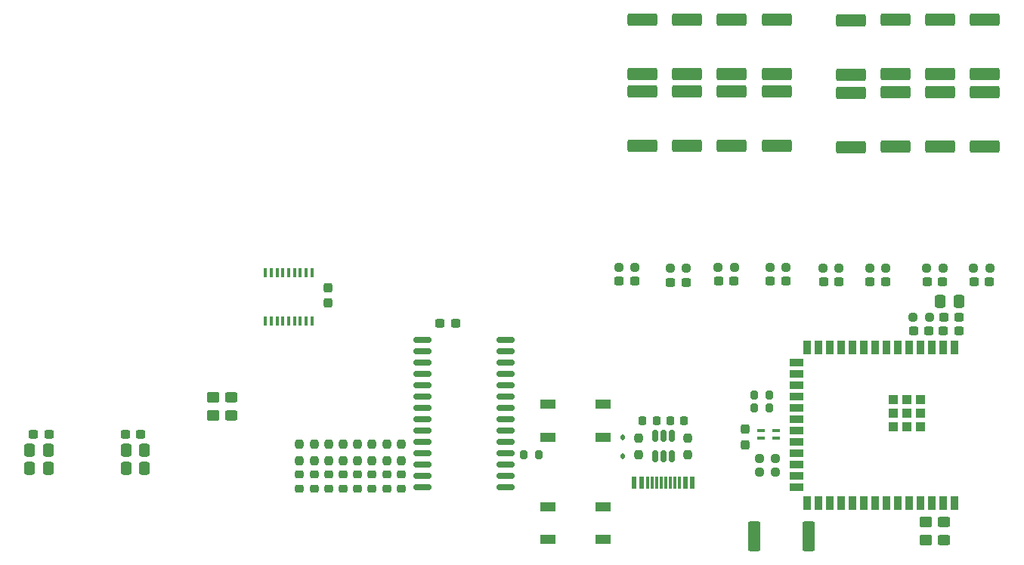
<source format=gtp>
G04 #@! TF.GenerationSoftware,KiCad,Pcbnew,(7.0.0)*
G04 #@! TF.CreationDate,2023-05-29T14:24:33+02:00*
G04 #@! TF.ProjectId,hamodule,68616d6f-6475-46c6-952e-6b696361645f,V.20230529.22*
G04 #@! TF.SameCoordinates,Original*
G04 #@! TF.FileFunction,Paste,Top*
G04 #@! TF.FilePolarity,Positive*
%FSLAX46Y46*%
G04 Gerber Fmt 4.6, Leading zero omitted, Abs format (unit mm)*
G04 Created by KiCad (PCBNEW (7.0.0)) date 2023-05-29 14:24:33*
%MOMM*%
%LPD*%
G01*
G04 APERTURE LIST*
G04 Aperture macros list*
%AMRoundRect*
0 Rectangle with rounded corners*
0 $1 Rounding radius*
0 $2 $3 $4 $5 $6 $7 $8 $9 X,Y pos of 4 corners*
0 Add a 4 corners polygon primitive as box body*
4,1,4,$2,$3,$4,$5,$6,$7,$8,$9,$2,$3,0*
0 Add four circle primitives for the rounded corners*
1,1,$1+$1,$2,$3*
1,1,$1+$1,$4,$5*
1,1,$1+$1,$6,$7*
1,1,$1+$1,$8,$9*
0 Add four rect primitives between the rounded corners*
20,1,$1+$1,$2,$3,$4,$5,0*
20,1,$1+$1,$4,$5,$6,$7,0*
20,1,$1+$1,$6,$7,$8,$9,0*
20,1,$1+$1,$8,$9,$2,$3,0*%
G04 Aperture macros list end*
%ADD10RoundRect,0.249999X-1.425001X0.450001X-1.425001X-0.450001X1.425001X-0.450001X1.425001X0.450001X0*%
%ADD11RoundRect,0.250000X-0.450000X0.325000X-0.450000X-0.325000X0.450000X-0.325000X0.450000X0.325000X0*%
%ADD12RoundRect,0.250000X-0.450000X0.350000X-0.450000X-0.350000X0.450000X-0.350000X0.450000X0.350000X0*%
%ADD13RoundRect,0.237500X0.300000X0.237500X-0.300000X0.237500X-0.300000X-0.237500X0.300000X-0.237500X0*%
%ADD14RoundRect,0.250000X-0.337500X-0.475000X0.337500X-0.475000X0.337500X0.475000X-0.337500X0.475000X0*%
%ADD15RoundRect,0.237500X-0.237500X0.300000X-0.237500X-0.300000X0.237500X-0.300000X0.237500X0.300000X0*%
%ADD16RoundRect,0.237500X-0.250000X-0.237500X0.250000X-0.237500X0.250000X0.237500X-0.250000X0.237500X0*%
%ADD17R,1.800000X1.100000*%
%ADD18RoundRect,0.237500X-0.300000X-0.237500X0.300000X-0.237500X0.300000X0.237500X-0.300000X0.237500X0*%
%ADD19RoundRect,0.225000X0.225000X0.250000X-0.225000X0.250000X-0.225000X-0.250000X0.225000X-0.250000X0*%
%ADD20R,0.400000X1.000000*%
%ADD21RoundRect,0.237500X0.237500X-0.250000X0.237500X0.250000X-0.237500X0.250000X-0.237500X-0.250000X0*%
%ADD22RoundRect,0.218750X0.256250X-0.218750X0.256250X0.218750X-0.256250X0.218750X-0.256250X-0.218750X0*%
%ADD23RoundRect,0.200000X0.200000X0.275000X-0.200000X0.275000X-0.200000X-0.275000X0.200000X-0.275000X0*%
%ADD24R,0.900000X1.500000*%
%ADD25R,1.500000X0.900000*%
%ADD26R,1.000000X1.000000*%
%ADD27RoundRect,0.112500X-0.112500X0.187500X-0.112500X-0.187500X0.112500X-0.187500X0.112500X0.187500X0*%
%ADD28RoundRect,0.250000X0.337500X0.475000X-0.337500X0.475000X-0.337500X-0.475000X0.337500X-0.475000X0*%
%ADD29R,0.600000X1.450000*%
%ADD30R,0.300000X1.450000*%
%ADD31RoundRect,0.150000X-0.875000X-0.150000X0.875000X-0.150000X0.875000X0.150000X-0.875000X0.150000X0*%
%ADD32RoundRect,0.249999X-0.450001X-1.425001X0.450001X-1.425001X0.450001X1.425001X-0.450001X1.425001X0*%
%ADD33R,0.820000X0.304800*%
%ADD34R,0.820000X0.308800*%
%ADD35RoundRect,0.150000X0.150000X-0.512500X0.150000X0.512500X-0.150000X0.512500X-0.150000X-0.512500X0*%
%ADD36RoundRect,0.225000X-0.225000X-0.250000X0.225000X-0.250000X0.225000X0.250000X-0.225000X0.250000X0*%
%ADD37RoundRect,0.250000X0.450000X-0.350000X0.450000X0.350000X-0.450000X0.350000X-0.450000X-0.350000X0*%
G04 APERTURE END LIST*
D10*
X100151000Y-56411500D03*
X100151000Y-62511500D03*
X105104000Y-56411500D03*
X105104000Y-62511500D03*
X105104000Y-64463300D03*
X105104000Y-70563300D03*
X100151000Y-64463300D03*
X100151000Y-70563300D03*
D11*
X54089300Y-98729800D03*
X54089300Y-100779800D03*
D12*
X52006500Y-98747800D03*
X52006500Y-100747800D03*
D13*
X33628500Y-102882700D03*
X31903500Y-102882700D03*
D14*
X42269500Y-106692700D03*
X44344500Y-106692700D03*
D15*
X64859400Y-86437300D03*
X64859400Y-88162300D03*
D10*
X115162400Y-64463300D03*
X115162400Y-70563300D03*
X110133200Y-56411500D03*
X110133200Y-62511500D03*
X115162400Y-56411500D03*
X115162400Y-62511500D03*
X110133200Y-64463300D03*
X110133200Y-70563300D03*
D16*
X130464402Y-89787199D03*
X132289402Y-89787199D03*
D13*
X132226902Y-91311199D03*
X130501902Y-91311199D03*
D17*
X89546999Y-99542599D03*
X95746999Y-99542599D03*
X89546999Y-103242599D03*
X95746999Y-103242599D03*
X89545799Y-110980999D03*
X95745799Y-110980999D03*
X89545799Y-114680999D03*
X95745799Y-114680999D03*
D18*
X133856902Y-91311199D03*
X135581902Y-91311199D03*
D15*
X111655402Y-102307199D03*
X111655402Y-104032199D03*
D19*
X101710402Y-101389699D03*
X100160402Y-101389699D03*
D20*
X57888799Y-90177599D03*
X58538799Y-90177599D03*
X59188799Y-90177599D03*
X59838799Y-90177599D03*
X60488799Y-90177599D03*
X61138799Y-90177599D03*
X61788799Y-90177599D03*
X62438799Y-90177599D03*
X63088799Y-90177599D03*
X63088799Y-84777599D03*
X62438799Y-84777599D03*
X61788799Y-84777599D03*
X61138799Y-84777599D03*
X60488799Y-84777599D03*
X59838799Y-84777599D03*
X59188799Y-84777599D03*
X58538799Y-84777599D03*
X57888799Y-84777599D03*
D21*
X63333600Y-105816400D03*
X63333600Y-103991400D03*
D18*
X77472200Y-90474800D03*
X79197200Y-90474800D03*
D21*
X61708000Y-105814500D03*
X61708000Y-103989500D03*
D10*
X128459200Y-64567800D03*
X128459200Y-70667800D03*
D18*
X120400002Y-85761299D03*
X122125002Y-85761299D03*
D10*
X128459200Y-56435800D03*
X128459200Y-62535800D03*
D22*
X61708000Y-108991600D03*
X61708000Y-107416600D03*
D18*
X132032102Y-85761299D03*
X133757102Y-85761299D03*
D16*
X108614626Y-84212480D03*
X110439626Y-84212480D03*
D21*
X69836000Y-105814500D03*
X69836000Y-103989500D03*
X68210400Y-105816400D03*
X68210400Y-103991400D03*
D10*
X123520200Y-64615600D03*
X123520200Y-70715600D03*
D16*
X97487526Y-84212480D03*
X99312526Y-84212480D03*
D23*
X114330402Y-98479699D03*
X112680402Y-98479699D03*
D16*
X137213702Y-84237299D03*
X139038702Y-84237299D03*
D10*
X123520200Y-56485600D03*
X123520200Y-62585600D03*
D23*
X114330402Y-99954699D03*
X112680402Y-99954699D03*
D24*
X135115401Y-93119698D03*
X133845401Y-93119698D03*
X132575401Y-93119698D03*
X131305401Y-93119698D03*
X130035401Y-93119698D03*
X128765401Y-93119698D03*
X127495401Y-93119698D03*
X126225401Y-93119698D03*
X124955401Y-93119698D03*
X123685401Y-93119698D03*
X122415401Y-93119698D03*
X121145401Y-93119698D03*
X119875401Y-93119698D03*
X118605401Y-93119698D03*
D25*
X117355401Y-94884698D03*
X117355401Y-96154698D03*
X117355401Y-97424698D03*
X117355401Y-98694698D03*
X117355401Y-99964698D03*
X117355401Y-101234698D03*
X117355401Y-102504698D03*
X117355401Y-103774698D03*
X117355401Y-105044698D03*
X117355401Y-106314698D03*
X117355401Y-107584698D03*
X117355401Y-108854698D03*
D24*
X118605401Y-110619698D03*
X119875401Y-110619698D03*
X121145401Y-110619698D03*
X122415401Y-110619698D03*
X123685401Y-110619698D03*
X124955401Y-110619698D03*
X126225401Y-110619698D03*
X127495401Y-110619698D03*
X128765401Y-110619698D03*
X130035401Y-110619698D03*
X131305401Y-110619698D03*
X132575401Y-110619698D03*
X133845401Y-110619698D03*
X135115401Y-110619698D03*
D26*
X131265401Y-99009698D03*
X129765401Y-99009698D03*
X128265401Y-99009698D03*
X131265401Y-100509698D03*
X129765401Y-100509698D03*
X128265401Y-100509698D03*
X131265401Y-102009698D03*
X129765401Y-102009698D03*
X128265401Y-102009698D03*
D10*
X138492200Y-56435800D03*
X138492200Y-62535800D03*
D22*
X69836000Y-108991500D03*
X69836000Y-107416500D03*
D23*
X88480400Y-105156000D03*
X86830400Y-105156000D03*
D16*
X125582402Y-84237299D03*
X127407402Y-84237299D03*
D11*
X133895402Y-112704699D03*
X133895402Y-114754699D03*
D27*
X97955600Y-103208400D03*
X97955600Y-105308400D03*
D10*
X133513800Y-56435800D03*
X133513800Y-62535800D03*
D13*
X138988702Y-85761299D03*
X137263702Y-85761299D03*
D28*
X33549500Y-104660700D03*
X31474500Y-104660700D03*
D29*
X99231401Y-108330598D03*
X100031401Y-108330598D03*
D30*
X101231401Y-108330598D03*
X102231401Y-108330598D03*
X102731401Y-108330598D03*
X103731401Y-108330598D03*
D29*
X104931401Y-108330598D03*
X105731401Y-108330598D03*
X105731401Y-108330598D03*
X104931401Y-108330598D03*
D30*
X104231401Y-108330598D03*
X103231401Y-108330598D03*
X101731401Y-108330598D03*
X100731401Y-108330598D03*
D29*
X100031401Y-108330598D03*
X99231401Y-108330598D03*
D16*
X114405826Y-84212480D03*
X116230826Y-84212480D03*
D21*
X64959200Y-105816400D03*
X64959200Y-103991400D03*
D18*
X108661626Y-85736480D03*
X110386626Y-85736480D03*
D22*
X73087200Y-108991500D03*
X73087200Y-107416500D03*
D31*
X75498400Y-92278200D03*
X75498400Y-93548200D03*
X75498400Y-94818200D03*
X75498400Y-96088200D03*
X75498400Y-97358200D03*
X75498400Y-98628200D03*
X75498400Y-99898200D03*
X75498400Y-101168200D03*
X75498400Y-102438200D03*
X75498400Y-103708200D03*
X75498400Y-104978200D03*
X75498400Y-106248200D03*
X75498400Y-107518200D03*
X75498400Y-108788200D03*
X84798400Y-108788200D03*
X84798400Y-107518200D03*
X84798400Y-106248200D03*
X84798400Y-104978200D03*
X84798400Y-103708200D03*
X84798400Y-102438200D03*
X84798400Y-101168200D03*
X84798400Y-99898200D03*
X84798400Y-98628200D03*
X84798400Y-97358200D03*
X84798400Y-96088200D03*
X84798400Y-94818200D03*
X84798400Y-93548200D03*
X84798400Y-92278200D03*
D18*
X103279026Y-85838080D03*
X105004026Y-85838080D03*
X42190500Y-102882700D03*
X43915500Y-102882700D03*
D16*
X120350002Y-84237299D03*
X122175002Y-84237299D03*
D22*
X63333600Y-108991500D03*
X63333600Y-107416500D03*
D21*
X73087200Y-105814500D03*
X73087200Y-103989500D03*
D18*
X125632402Y-85761299D03*
X127357402Y-85761299D03*
D13*
X116177826Y-85736480D03*
X114452826Y-85736480D03*
D21*
X105185402Y-105172199D03*
X105185402Y-103347199D03*
X71461600Y-105814500D03*
X71461600Y-103989500D03*
D32*
X112672400Y-114350800D03*
X118772400Y-114350800D03*
D33*
X115125401Y-103269698D03*
D34*
X115125401Y-102458898D03*
X113405401Y-102458898D03*
D33*
X113405401Y-103269698D03*
D22*
X66584800Y-108991500D03*
X66584800Y-107416500D03*
D35*
X101535402Y-105367199D03*
X102485402Y-105367199D03*
X103435402Y-105367199D03*
X103435402Y-103092199D03*
X102485402Y-103092199D03*
X101535402Y-103092199D03*
D36*
X103250402Y-101389699D03*
X104800402Y-101389699D03*
D16*
X113234502Y-105612299D03*
X115059502Y-105612299D03*
D28*
X33549500Y-106692700D03*
X31474500Y-106692700D03*
D22*
X64959200Y-108991500D03*
X64959200Y-107416500D03*
D10*
X133513800Y-64563800D03*
X133513800Y-70663800D03*
D22*
X68210400Y-108991500D03*
X68210400Y-107416500D03*
D10*
X138492200Y-64563800D03*
X138492200Y-70663800D03*
D18*
X133876002Y-89787199D03*
X135601002Y-89787199D03*
D14*
X42269500Y-104660700D03*
X44344500Y-104660700D03*
D21*
X66584800Y-105816400D03*
X66584800Y-103991400D03*
D16*
X103227926Y-84263280D03*
X105052926Y-84263280D03*
X113234502Y-107136299D03*
X115059502Y-107136299D03*
D37*
X131895402Y-114729699D03*
X131895402Y-112729699D03*
D21*
X99715402Y-105152199D03*
X99715402Y-103327199D03*
D18*
X97536426Y-85736480D03*
X99261426Y-85736480D03*
D14*
X133498302Y-88019699D03*
X135573302Y-88019699D03*
D22*
X71461600Y-108991500D03*
X71461600Y-107416500D03*
D16*
X131981302Y-84237299D03*
X133806302Y-84237299D03*
M02*

</source>
